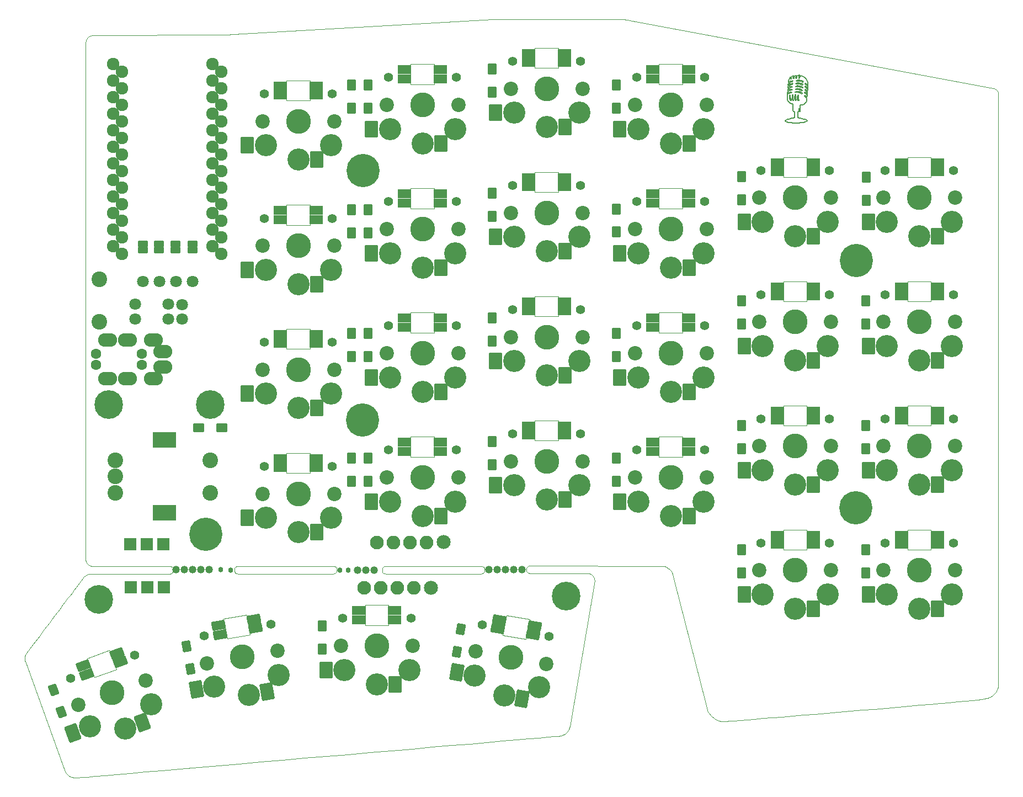
<source format=gbs>
%TF.GenerationSoftware,KiCad,Pcbnew,(6.0.0)*%
%TF.CreationDate,2023-02-15T17:26:08+02:00*%
%TF.ProjectId,SofleKeyboard,536f666c-654b-4657-9962-6f6172642e6b,rev?*%
%TF.SameCoordinates,Original*%
%TF.FileFunction,Soldermask,Bot*%
%TF.FilePolarity,Negative*%
%FSLAX46Y46*%
G04 Gerber Fmt 4.6, Leading zero omitted, Abs format (unit mm)*
G04 Created by KiCad (PCBNEW (6.0.0)) date 2023-02-15 17:26:08*
%MOMM*%
%LPD*%
G01*
G04 APERTURE LIST*
G04 Aperture macros list*
%AMRoundRect*
0 Rectangle with rounded corners*
0 $1 Rounding radius*
0 $2 $3 $4 $5 $6 $7 $8 $9 X,Y pos of 4 corners*
0 Add a 4 corners polygon primitive as box body*
4,1,4,$2,$3,$4,$5,$6,$7,$8,$9,$2,$3,0*
0 Add four circle primitives for the rounded corners*
1,1,$1+$1,$2,$3*
1,1,$1+$1,$4,$5*
1,1,$1+$1,$6,$7*
1,1,$1+$1,$8,$9*
0 Add four rect primitives between the rounded corners*
20,1,$1+$1,$2,$3,$4,$5,0*
20,1,$1+$1,$4,$5,$6,$7,0*
20,1,$1+$1,$6,$7,$8,$9,0*
20,1,$1+$1,$8,$9,$2,$3,0*%
G04 Aperture macros list end*
%ADD10C,0.200000*%
%ADD11C,0.090000*%
%TA.AperFunction,Profile*%
%ADD12C,0.120000*%
%TD*%
%ADD13C,1.797000*%
%ADD14C,1.600000*%
%ADD15O,2.900000X2.100000*%
%ADD16C,5.100000*%
%ADD17C,1.924000*%
%ADD18C,2.400000*%
%ADD19RoundRect,0.200000X-0.475000X0.650000X-0.475000X-0.650000X0.475000X-0.650000X0.475000X0.650000X0*%
%ADD20RoundRect,0.200000X-0.650000X-0.475000X0.650000X-0.475000X0.650000X0.475000X-0.650000X0.475000X0*%
%ADD21RoundRect,0.200000X-0.668667X0.448341X-0.224041X-0.773260X0.668667X-0.448341X0.224041X0.773260X0*%
%ADD22C,2.200000*%
%ADD23C,3.400000*%
%ADD24C,3.800000*%
%ADD25C,1.400000*%
%ADD26RoundRect,0.200000X0.850000X0.500000X-0.850000X0.500000X-0.850000X-0.500000X0.850000X-0.500000X0*%
%ADD27RoundRect,0.200000X0.800000X1.100000X-0.800000X1.100000X-0.800000X-1.100000X0.800000X-1.100000X0*%
%ADD28RoundRect,0.200000X0.627729X0.760563X-0.969749X0.179129X-0.627729X-0.760563X0.969749X-0.179129X0*%
%ADD29RoundRect,0.200000X0.375532X1.307278X-1.127976X0.760046X-0.375532X-1.307278X1.127976X-0.760046X0*%
%ADD30C,4.400000*%
%ADD31RoundRect,0.200000X-1.600000X-1.000000X1.600000X-1.000000X1.600000X1.000000X-1.600000X1.000000X0*%
%ADD32RoundRect,0.200000X0.750263X0.640005X-0.923911X0.344803X-0.750263X-0.640005X0.923911X-0.344803X0*%
%ADD33RoundRect,0.200000X0.596833X1.222207X-0.978859X0.944370X-0.596833X-1.222207X0.978859X-0.944370X0*%
%ADD34RoundRect,0.200000X0.923911X0.344803X-0.750263X0.640005X-0.923911X-0.344803X0.750263X-0.640005X0*%
%ADD35RoundRect,0.200000X0.978859X0.944370X-0.596833X1.222207X-0.978859X-0.944370X0.596833X-1.222207X0*%
%ADD36RoundRect,0.200000X-0.580655X0.557642X-0.354912X-0.722608X0.580655X-0.557642X0.354912X0.722608X0*%
%ADD37RoundRect,0.200000X-0.354912X0.722608X-0.580655X-0.557642X0.354912X-0.722608X0.580655X0.557642X0*%
%ADD38C,0.793700*%
%ADD39C,2.100000*%
%ADD40O,2.100000X2.100000*%
%ADD41C,2.152600*%
%ADD42C,1.187400*%
%ADD43RoundRect,0.200000X-0.762000X-0.762000X0.762000X-0.762000X0.762000X0.762000X-0.762000X0.762000X0*%
%ADD44RoundRect,0.200000X-0.762000X0.762000X-0.762000X-0.762000X0.762000X-0.762000X0.762000X0.762000X0*%
%ADD45RoundRect,0.200000X0.571500X-0.317500X0.571500X0.317500X-0.571500X0.317500X-0.571500X-0.317500X0*%
G04 APERTURE END LIST*
D10*
X197011747Y-43341991D02*
X197015256Y-43310232D01*
X197039953Y-45557446D02*
X197241922Y-45573201D01*
X197438599Y-45614761D01*
X197627338Y-45681460D01*
X197805497Y-45772635D01*
X196122740Y-46802741D02*
X196161540Y-46788637D01*
X196690707Y-48541932D02*
X196623678Y-48541932D01*
X198309966Y-44643742D02*
X198309966Y-44735468D01*
X197163438Y-44689605D02*
X197370331Y-44706658D01*
X197571779Y-44751231D01*
X197764022Y-44822386D01*
X197865463Y-44873056D01*
X196087471Y-43278494D02*
X196066283Y-43468986D01*
X196193300Y-43483111D02*
X196214465Y-43289066D01*
X196270900Y-43811192D02*
X196063291Y-43858255D01*
X195872051Y-43949597D01*
X195755859Y-44033444D01*
X196920021Y-46721609D02*
X196873278Y-46526696D01*
X196862986Y-46319542D01*
X196863564Y-46305333D01*
X196616637Y-43299660D02*
X196686762Y-43106323D01*
X196771839Y-43006848D01*
X196923552Y-44587307D02*
X196867096Y-44657846D01*
X196098043Y-43207934D02*
X196087471Y-43278494D01*
X198013623Y-43945249D02*
X197985395Y-43860586D01*
X197308068Y-46845072D02*
X197339827Y-46838010D01*
X197336296Y-48146823D02*
X197417428Y-48312640D01*
X196412020Y-48192686D02*
X196426123Y-47360135D01*
X195568876Y-46397037D02*
X195611208Y-45846705D01*
X197872525Y-45663275D02*
X197677885Y-45562842D01*
X197471672Y-45489526D01*
X197256859Y-45443990D01*
X197036422Y-45426899D01*
X198436961Y-45839664D02*
X198572040Y-45997896D01*
X198623922Y-46076019D01*
X198620412Y-44541444D02*
X198736814Y-44671971D01*
X196606044Y-43391385D02*
X196616637Y-43299660D01*
X196447289Y-43857055D02*
X196373220Y-43800598D01*
X196867096Y-44657846D02*
X196937656Y-44714302D01*
X196902386Y-44230998D02*
X196976456Y-44287433D01*
X195904019Y-46167745D02*
X195912164Y-46381197D01*
X195961788Y-46578117D01*
X196061957Y-46763297D01*
X196073346Y-46778044D01*
X198525156Y-45747938D02*
X198338173Y-45568018D01*
X196256797Y-45091777D02*
X196083939Y-45109412D01*
X197089347Y-44996520D02*
X196888261Y-45017686D01*
X197099941Y-44992989D02*
X197089347Y-44996520D01*
X197223405Y-44255695D02*
X197443204Y-44275207D01*
X197656417Y-44325864D01*
X197858514Y-44405718D01*
X197897201Y-44425022D01*
X197872525Y-49639066D02*
X198086350Y-49670408D01*
X198305990Y-49715747D01*
X198503709Y-49777535D01*
X198669632Y-49899609D01*
X198673316Y-49921306D01*
X198698013Y-45137640D02*
X198676847Y-45412795D01*
X198281738Y-45197606D02*
X198500458Y-45409264D01*
X198218241Y-46033688D02*
X198218241Y-46121882D01*
X197029381Y-45426899D02*
X196852992Y-45448086D01*
X198401692Y-44643742D02*
X198309966Y-44643742D01*
X197928960Y-43976987D02*
X197957188Y-43980518D01*
X196172134Y-46696912D02*
X196075633Y-46511681D01*
X196033004Y-46306397D01*
X196031014Y-46178317D01*
X197336296Y-48146823D02*
X197417428Y-48312640D01*
X196489621Y-43289066D02*
X196479049Y-43377261D01*
X195625311Y-45680910D02*
X195646498Y-45437492D01*
X198712117Y-44449719D02*
X198429899Y-44178073D01*
X197470353Y-48541932D02*
X197219873Y-48541932D01*
X196976456Y-44287433D02*
X197223405Y-44255695D01*
X196948228Y-43401958D02*
X197011747Y-43341991D01*
X198641578Y-45874933D02*
X198525156Y-45747938D01*
X197805497Y-45772635D02*
X197837235Y-45783208D01*
X196958821Y-44156907D02*
X196902386Y-44230998D01*
X198309966Y-46030156D02*
X198218241Y-46033688D01*
X197569120Y-48277349D02*
X197537510Y-48482732D01*
X197470353Y-48541932D01*
X196147437Y-44679011D02*
X195951301Y-44722281D01*
X195756689Y-44813136D01*
X195692340Y-44855400D01*
X196867096Y-45575081D02*
X197039953Y-45557446D01*
X198662744Y-45603287D02*
X198641578Y-45874933D01*
X198182950Y-43250266D02*
X198436961Y-43486621D01*
X197417428Y-48312640D02*
X197495050Y-48146823D01*
X195981620Y-45931390D02*
X195914591Y-45994887D01*
X198648619Y-44883629D02*
X198401692Y-44643742D01*
X196426123Y-47360135D02*
X196267369Y-47300169D01*
X198602756Y-46340603D02*
X198469807Y-46186489D01*
X198465189Y-46181848D01*
X196863564Y-46305333D02*
X196877689Y-45973721D01*
X196479049Y-43377261D02*
X196535484Y-43447820D01*
X197985395Y-44396794D02*
X197957188Y-44308599D01*
X196464924Y-45973721D02*
X196404958Y-45903162D01*
X198736814Y-44671971D02*
X198715648Y-44950657D01*
X197417428Y-47977497D02*
X197336296Y-48146823D01*
X197410387Y-43387854D02*
X197473885Y-43331419D01*
X197897201Y-44425022D02*
X197925429Y-44432084D01*
X196390854Y-43927593D02*
X196447289Y-43857055D01*
X196881221Y-46806272D02*
X196920021Y-46721609D01*
X197011747Y-43857055D02*
X197286902Y-43825295D01*
X197152845Y-46379403D02*
X197162096Y-46579628D01*
X197230924Y-46779590D01*
X197251633Y-46816844D01*
X196327357Y-45148212D02*
X196256797Y-45091777D01*
X197897201Y-44880097D02*
X197953657Y-44848359D01*
X197957188Y-44308599D02*
X197760613Y-44225303D01*
X197554412Y-44166862D01*
X197342356Y-44134685D01*
X197223405Y-44128679D01*
X196023952Y-45543321D02*
X195827899Y-45586727D01*
X195636597Y-45674046D01*
X195625311Y-45680910D01*
X196831827Y-45088246D02*
X196902386Y-45144681D01*
X196860033Y-46809803D02*
X196881221Y-46806272D01*
X195755859Y-44033444D02*
X195777024Y-43790026D01*
X196577815Y-43035076D02*
X196499437Y-43221605D01*
X196489621Y-43289066D01*
X198676847Y-45412795D02*
X198588653Y-45317538D01*
X196771839Y-43006848D02*
X197036422Y-42964517D01*
X198341704Y-44269799D02*
X198620412Y-44541444D01*
X197928960Y-44760165D02*
X197746786Y-44676208D01*
X197556343Y-44615081D01*
X197359945Y-44577106D01*
X197159907Y-44562610D01*
X198376995Y-46273574D02*
X198511842Y-46429294D01*
X198588653Y-46548751D01*
X195611208Y-45846705D02*
X195784835Y-45741114D01*
X195979219Y-45679058D01*
X196038077Y-45670316D01*
X198623922Y-46076019D02*
X198602756Y-46340603D01*
X196373220Y-43800598D02*
X196270900Y-43811192D01*
X197417428Y-48312640D02*
X197495050Y-48146823D01*
X197360993Y-46749815D02*
X197287948Y-46554392D01*
X197279840Y-46393528D01*
X198560425Y-44975354D02*
X198694354Y-45132347D01*
X198698013Y-45137640D01*
X196877689Y-45973721D02*
X196814192Y-45906693D01*
X198341704Y-44181604D02*
X198341704Y-44269799D01*
X197495050Y-48146823D02*
X197417428Y-47977497D01*
X196503746Y-46820375D02*
X196539015Y-46809803D01*
X196997622Y-43730038D02*
X196941187Y-43800598D01*
X196733038Y-46298271D02*
X196739691Y-46501485D01*
X196778750Y-46701453D01*
X196800067Y-46767471D01*
X196690707Y-49473271D02*
X196690707Y-48541932D01*
X195741734Y-44223936D02*
X195901230Y-44082661D01*
X196091366Y-43984141D01*
X196285025Y-43938187D01*
X196814192Y-45906693D02*
X196747163Y-45966659D01*
X196937656Y-44714302D02*
X197163438Y-44689605D01*
X197036422Y-45426899D02*
X197029381Y-45426899D01*
X196214465Y-43289066D02*
X196281494Y-43105636D01*
X198436961Y-43486621D02*
X198573179Y-43641216D01*
X198674773Y-43819291D01*
X198739526Y-44015975D01*
X198765219Y-44226396D01*
X198761511Y-44350931D01*
X196038077Y-49639066D02*
X196239141Y-49550573D01*
X196457697Y-49500625D01*
X196663412Y-49475378D01*
X196690707Y-49473271D01*
X198218241Y-46121882D02*
X198376995Y-46273574D01*
X196337929Y-45963128D02*
X196320294Y-46241836D01*
X195777024Y-43790026D02*
X195823054Y-43579554D01*
X195922054Y-43391180D01*
X196064981Y-43234587D01*
X196098043Y-43207934D01*
X196320294Y-46241836D02*
X196326720Y-46446219D01*
X196380197Y-46654223D01*
X196450820Y-46792168D01*
X196041608Y-47204912D02*
X195854714Y-47091719D01*
X195709822Y-46934593D01*
X195612472Y-46743282D01*
X195568206Y-46527537D01*
X195568876Y-46397037D01*
X196404958Y-45903162D02*
X196337929Y-45963128D01*
X197283371Y-42925716D02*
X197286902Y-42922185D01*
X197925429Y-44432084D02*
X197985395Y-44396794D01*
X195914591Y-45994887D02*
X195904019Y-46167745D01*
X197417428Y-47977497D02*
X197336296Y-48146823D01*
X198249979Y-45568018D02*
X198249979Y-45659744D01*
X196129802Y-43539546D02*
X196193300Y-43483111D01*
X195237264Y-49921306D02*
X195406879Y-49777535D01*
X195604605Y-49715747D01*
X195824250Y-49670408D01*
X196038077Y-49639066D01*
X197159907Y-44562610D02*
X197152845Y-44562610D01*
X196852992Y-45448086D02*
X196796536Y-45518624D01*
X196083939Y-45109412D02*
X195888634Y-45153960D01*
X195695960Y-45245106D01*
X195660602Y-45268166D01*
X196800067Y-46767471D02*
X196860033Y-46809803D01*
X196270900Y-45218772D02*
X196327357Y-45148212D01*
X197015256Y-43310232D02*
X197081178Y-43120466D01*
X197216031Y-42972180D01*
X197283371Y-42925716D01*
X198338173Y-45568018D02*
X198249979Y-45568018D01*
X197953657Y-44848359D02*
X197928960Y-44760165D01*
X196955290Y-50259958D02*
X196693620Y-50256054D01*
X196444352Y-50244726D01*
X196210396Y-50226551D01*
X195994666Y-50202102D01*
X195740412Y-50160742D01*
X195530640Y-50110618D01*
X195341498Y-50037717D01*
X195237264Y-49921306D01*
X197865463Y-44873056D02*
X197897201Y-44880097D01*
X197212811Y-44128679D02*
X196958821Y-44156907D01*
X196232100Y-45649150D02*
X196288535Y-45578612D01*
X196288535Y-45578612D02*
X196217997Y-45522155D01*
X197315130Y-45998418D02*
X197258674Y-45931390D01*
X196041608Y-46001928D02*
X195981620Y-45931390D01*
X196623678Y-48541932D02*
X196563712Y-48510194D01*
X197985395Y-43860586D02*
X197796821Y-43783078D01*
X197600818Y-43729489D01*
X197398325Y-43700285D01*
X197283371Y-43694769D01*
X196221506Y-44372096D02*
X196348523Y-44357993D01*
X197495050Y-48146823D02*
X197417428Y-47977497D01*
X197251633Y-46816844D02*
X197308068Y-46845072D01*
X195646498Y-45437492D02*
X195814302Y-45324130D01*
X196004377Y-45253451D01*
X196098043Y-45236406D01*
X197223405Y-44128679D02*
X197212811Y-44128679D01*
X197286902Y-42922185D02*
X197491923Y-42932008D01*
X197547954Y-42939820D01*
X195724099Y-44442656D02*
X195741734Y-44223936D01*
X195692340Y-44855400D02*
X195709996Y-44626108D01*
X197279840Y-46393528D02*
X197315130Y-45998418D01*
X196066283Y-43468986D02*
X196126271Y-43539546D01*
X196404958Y-44287433D02*
X196334398Y-44230998D01*
X196447289Y-46248877D02*
X196464924Y-45973721D01*
X197152845Y-44562610D02*
X196923552Y-44587307D01*
X196161540Y-46788637D02*
X196172134Y-46696912D01*
X198249979Y-45659744D02*
X198436961Y-45839664D01*
X197417428Y-48312640D02*
X197495050Y-48146823D01*
X197036422Y-42964517D02*
X196924948Y-43142839D01*
X196884730Y-43299660D01*
X198578081Y-46672214D02*
X198534918Y-46881291D01*
X198446347Y-47070910D01*
X198319150Y-47234528D01*
X198160109Y-47365607D01*
X197976006Y-47457605D01*
X197773625Y-47503983D01*
X197689074Y-47508296D01*
X197569120Y-47508296D02*
X197569120Y-48277349D01*
X197336296Y-48146823D02*
X197417428Y-48312640D01*
X195678236Y-45031789D02*
X195840145Y-44911681D01*
X196026985Y-44832870D01*
X196161540Y-44806028D01*
X197099941Y-45123515D02*
X197317978Y-45141484D01*
X197529371Y-45189118D01*
X197730823Y-45265946D01*
X197837235Y-45321070D01*
X198429899Y-44178073D02*
X198341704Y-44181604D01*
X196281494Y-43105636D02*
X196450820Y-43056242D01*
X197547954Y-42939820D02*
X197419604Y-43101876D01*
X197348687Y-43300576D01*
X197346868Y-43313763D01*
X198588653Y-45317538D02*
X198369932Y-45105880D01*
X196285025Y-43938187D02*
X196390854Y-43927593D01*
X197283371Y-43694769D02*
X197276330Y-43694769D01*
X198715648Y-44950657D02*
X198648619Y-44883629D01*
X196334398Y-44230998D02*
X196207403Y-44245102D01*
X198500458Y-45409264D02*
X198635875Y-45564328D01*
X198662744Y-45603287D01*
X196902386Y-45144681D02*
X197099941Y-45123515D01*
X196884730Y-43331419D02*
X196941187Y-43401958D01*
X196888261Y-45017686D02*
X196831827Y-45088246D01*
X198588653Y-46548751D02*
X198578081Y-46672214D01*
X196884730Y-43299660D02*
X196884730Y-43331419D01*
X196295597Y-44661377D02*
X196147437Y-44679011D01*
X197188136Y-45987825D02*
X197152845Y-46379403D01*
X196941187Y-43401958D02*
X196948228Y-43401958D01*
X196098043Y-45236406D02*
X196270900Y-45218772D01*
X198278207Y-45105880D02*
X198281738Y-45197606D01*
X196309701Y-44788372D02*
X196366157Y-44717833D01*
X198465189Y-46181848D02*
X198309966Y-46030156D01*
X196796536Y-45518624D02*
X196867096Y-45575081D01*
X197957188Y-43980518D02*
X198013623Y-43945249D01*
X196217997Y-45522155D02*
X196023952Y-45543321D01*
X197403325Y-43387854D02*
X197410387Y-43387854D01*
X197258674Y-45931390D02*
X197188136Y-45987825D01*
X196560181Y-46721609D02*
X196475689Y-46533565D01*
X196445936Y-46330908D01*
X196447289Y-46248877D01*
X197868994Y-45331663D02*
X197921898Y-45299904D01*
X198761511Y-44350931D02*
X198750938Y-44492050D01*
X197417428Y-47977497D02*
X197336296Y-48146823D01*
X197921898Y-45299904D02*
X197900732Y-45211709D01*
X196073346Y-46778044D02*
X196122740Y-46802741D01*
X196031014Y-46178317D02*
X196041608Y-46001928D01*
X198309966Y-44735468D02*
X198560425Y-44975354D01*
X196207403Y-44245102D02*
X195997580Y-44294406D01*
X195804677Y-44386940D01*
X195724099Y-44442656D01*
X197339827Y-46838010D02*
X197360993Y-46749815D01*
X196038077Y-45670316D02*
X196232100Y-45649150D01*
X197286902Y-43825295D02*
X197495362Y-43842149D01*
X197696973Y-43886518D01*
X197891091Y-43959046D01*
X197928960Y-43976987D01*
X197276330Y-43694769D02*
X196997622Y-43730038D01*
X197837235Y-45783208D02*
X197893691Y-45751470D01*
X198673316Y-49921306D02*
X198503922Y-50068094D01*
X198281045Y-50136690D01*
X198048169Y-50182603D01*
X197846208Y-50210913D01*
X197624079Y-50233335D01*
X197384695Y-50249291D01*
X197130970Y-50258208D01*
X196955290Y-50259958D01*
X196126271Y-43539546D02*
X196129802Y-43539546D01*
X196450820Y-46792168D02*
X196503746Y-46820375D01*
X197837235Y-45321070D02*
X197868994Y-45331663D01*
X196539015Y-46809803D02*
X196560181Y-46721609D01*
X197710240Y-42978642D02*
X197901981Y-43054348D01*
X198077347Y-43161688D01*
X198182950Y-43250266D01*
X196563712Y-48510194D02*
X196433774Y-48354499D01*
X196412020Y-48192686D01*
X196348523Y-44357993D02*
X196404958Y-44287433D01*
X195709996Y-44626108D02*
X195878663Y-44490853D01*
X196077091Y-44401366D01*
X196221506Y-44372096D01*
X196366157Y-44717833D02*
X196295597Y-44661377D01*
X196535484Y-43447820D02*
X196542546Y-43447820D01*
X197473885Y-43331419D02*
X197549728Y-43137831D01*
X197698128Y-42987033D01*
X197710240Y-42978642D01*
X196161540Y-44806028D02*
X196309701Y-44788372D01*
X197346868Y-43313763D02*
X197403325Y-43387854D01*
X198750938Y-44492050D02*
X198712117Y-44449719D01*
X197219873Y-49473271D02*
X197428511Y-49496696D01*
X197631684Y-49539142D01*
X197822051Y-49609516D01*
X197872525Y-49639066D01*
X197689074Y-47508296D02*
X197569120Y-47508296D01*
X196450820Y-43056242D02*
X196577815Y-43035076D01*
X197219873Y-48541932D02*
X197219873Y-49473271D01*
X195660602Y-45268166D02*
X195678236Y-45031789D01*
X197495050Y-48146823D02*
X197417428Y-47977497D01*
X196542546Y-43447820D02*
X196606044Y-43391385D01*
X196941187Y-43800598D02*
X197011747Y-43857055D01*
X196747163Y-45966659D02*
X196733038Y-46298271D01*
X196267369Y-47300169D02*
X196041608Y-47204912D01*
X197900732Y-45211709D02*
X197712603Y-45119985D01*
X197514886Y-45052077D01*
X197309894Y-45009305D01*
X197099941Y-44992989D01*
X197893691Y-45751470D02*
X197872525Y-45663275D01*
X198369932Y-45105880D02*
X198278207Y-45105880D01*
D11*
X162218354Y-142806782D02*
X166017777Y-120493588D01*
X147877950Y-119422237D02*
X134684053Y-119422237D01*
X171390576Y-34528702D02*
X171122462Y-34479308D01*
X78634718Y-132876101D02*
X84773060Y-149738874D01*
X171122462Y-34479308D02*
X170780277Y-34415810D01*
X101346553Y-118835528D02*
X101340041Y-118958535D01*
X101320921Y-119063869D01*
X101289813Y-119152873D01*
X101222027Y-119258700D01*
X101130754Y-119335344D01*
X101018088Y-119387337D01*
X100886120Y-119419216D01*
X100788453Y-119431532D01*
X100683757Y-119438268D01*
X100572653Y-119440766D01*
X100455762Y-119440370D01*
X100333702Y-119438424D01*
X100207095Y-119436271D01*
X100076561Y-119435255D01*
X86783876Y-150691379D02*
X87265895Y-150648742D01*
X88118850Y-150574157D01*
X89317412Y-150469809D01*
X90836251Y-150337881D01*
X92650038Y-150180557D01*
X94733443Y-150000021D01*
X97061138Y-149798457D01*
X99607793Y-149578048D01*
X102348079Y-149340979D01*
X105256666Y-149089433D01*
X108308226Y-148825595D01*
X111477428Y-148551647D01*
X114738945Y-148269775D01*
X118067446Y-147982161D01*
X121437602Y-147690990D01*
X124824083Y-147398446D01*
X128201562Y-147106712D01*
X131544708Y-146817973D01*
X134828191Y-146534411D01*
X138026684Y-146258212D01*
X141114856Y-145991559D01*
X144067379Y-145736636D01*
X146858922Y-145495626D01*
X149464157Y-145270714D01*
X151857754Y-145064083D01*
X154014385Y-144877918D01*
X155908719Y-144714401D01*
X157515428Y-144575718D01*
X158809182Y-144464052D01*
X159764652Y-144381586D01*
X160356509Y-144330506D01*
X160559424Y-144312994D01*
X170780277Y-34415810D02*
X170643142Y-34403395D01*
X170395510Y-34392557D01*
X170044912Y-34383218D01*
X169598882Y-34375299D01*
X169064949Y-34368724D01*
X168450647Y-34363414D01*
X167763508Y-34359294D01*
X167011062Y-34356284D01*
X166200841Y-34354307D01*
X165340379Y-34353287D01*
X164437206Y-34353145D01*
X163498854Y-34353804D01*
X162532856Y-34355186D01*
X161546742Y-34357214D01*
X160548045Y-34359810D01*
X159544297Y-34362898D01*
X158543029Y-34366399D01*
X157551774Y-34370235D01*
X156578063Y-34374330D01*
X155629428Y-34378606D01*
X154713400Y-34382985D01*
X153837513Y-34387390D01*
X153009296Y-34391743D01*
X152236284Y-34395968D01*
X151526006Y-34399985D01*
X150885996Y-34403718D01*
X150323784Y-34407090D01*
X149846903Y-34410022D01*
X149462885Y-34412438D01*
X149179261Y-34414259D01*
X149003563Y-34415409D01*
X148943324Y-34415810D01*
X226131098Y-138534218D02*
X226302029Y-138486765D01*
X226462005Y-138432526D01*
X226611390Y-138372043D01*
X226750544Y-138305861D01*
X226879831Y-138234523D01*
X226999613Y-138158574D01*
X227110253Y-138078557D01*
X227212114Y-137995016D01*
X227305558Y-137908495D01*
X227390947Y-137819538D01*
X227468644Y-137728688D01*
X227539012Y-137636491D01*
X227602413Y-137543489D01*
X227659210Y-137450226D01*
X227709765Y-137357247D01*
X227754441Y-137265095D01*
X227793601Y-137174314D01*
X227827606Y-137085449D01*
X227856820Y-136999042D01*
X227902324Y-136835781D01*
X227933013Y-136688882D01*
X227951788Y-136562698D01*
X227961548Y-136461578D01*
X227965632Y-136366412D01*
X227965547Y-136346991D01*
X112007487Y-119422237D02*
X111876952Y-119423253D01*
X111750345Y-119425406D01*
X111628285Y-119427352D01*
X111511394Y-119427748D01*
X111400290Y-119425250D01*
X111295594Y-119418514D01*
X111197927Y-119406198D01*
X111107907Y-119386957D01*
X110988574Y-119342172D01*
X110889938Y-119274249D01*
X110814091Y-119178653D01*
X110763126Y-119050851D01*
X110744006Y-118945517D01*
X110737495Y-118822510D01*
X125201384Y-119422237D02*
X112007487Y-119422237D01*
X227965547Y-45810528D02*
X227956434Y-45678539D01*
X227930682Y-45559934D01*
X227890668Y-45454041D01*
X227838768Y-45360188D01*
X227777359Y-45277704D01*
X227708819Y-45205917D01*
X227635525Y-45144155D01*
X227559854Y-45091746D01*
X227447090Y-45029201D01*
X227342349Y-44983922D01*
X227253653Y-44953642D01*
X227163274Y-44930349D01*
X227154162Y-44928584D01*
X100076561Y-119435255D02*
X88583055Y-119435255D01*
X227965547Y-136346991D02*
X227965547Y-136089375D01*
X227965547Y-135338363D01*
X227965547Y-134126701D01*
X227965547Y-132487138D01*
X227965547Y-130452423D01*
X227965547Y-128055304D01*
X227965547Y-125328530D01*
X227965547Y-122304850D01*
X227965547Y-119017010D01*
X227965547Y-115497762D01*
X227965547Y-111779851D01*
X227965547Y-107896028D01*
X227965547Y-103879040D01*
X227965547Y-99761637D01*
X227965547Y-95576566D01*
X227965547Y-91356576D01*
X227965547Y-87134416D01*
X227965547Y-82942834D01*
X227965547Y-78814578D01*
X227965547Y-74782397D01*
X227965547Y-70879040D01*
X227965547Y-67137255D01*
X227965547Y-63589790D01*
X227965547Y-60269394D01*
X227965547Y-57208816D01*
X227965547Y-54440803D01*
X227965547Y-51998105D01*
X227965547Y-49913470D01*
X227965547Y-48219646D01*
X227965547Y-46949382D01*
X227965547Y-46135426D01*
X227965547Y-45810528D01*
X166017777Y-120493588D02*
X166012075Y-120376265D01*
X165995314Y-120262767D01*
X165968011Y-120153609D01*
X165930683Y-120049309D01*
X165883847Y-119950383D01*
X165828018Y-119857348D01*
X165763715Y-119770720D01*
X165691454Y-119691018D01*
X165611751Y-119618756D01*
X165525123Y-119554453D01*
X165432088Y-119498624D01*
X165333162Y-119451788D01*
X165228862Y-119414460D01*
X165119704Y-119387157D01*
X165006206Y-119370396D01*
X164888884Y-119364695D01*
X162207782Y-142859708D02*
X162218354Y-142806782D01*
X147877950Y-118258075D02*
X148008484Y-118256662D01*
X148135091Y-118253389D01*
X148257150Y-118249702D01*
X148374042Y-118247049D01*
X148485146Y-118246876D01*
X148589841Y-118250630D01*
X148687509Y-118259759D01*
X148777529Y-118275709D01*
X148896861Y-118315589D01*
X148995497Y-118378956D01*
X149071344Y-118470693D01*
X149122309Y-118595685D01*
X149141429Y-118699899D01*
X149147941Y-118822510D01*
X84773060Y-149738874D02*
X84821658Y-149840417D01*
X84888141Y-149949678D01*
X84950685Y-150036183D01*
X85029126Y-150129547D01*
X85124599Y-150226282D01*
X85238236Y-150322896D01*
X85371171Y-150415899D01*
X85524536Y-150501802D01*
X85609235Y-150541000D01*
X85699465Y-150577114D01*
X85795370Y-150609707D01*
X85897091Y-150638345D01*
X86004769Y-150662589D01*
X86118546Y-150682005D01*
X86238564Y-150696155D01*
X86364964Y-150704604D01*
X86497889Y-150706915D01*
X86637478Y-150702652D01*
X86783876Y-150691379D01*
X183445187Y-140624426D02*
X183536912Y-140762658D01*
X183630630Y-140891813D01*
X183726021Y-141012200D01*
X183822761Y-141124124D01*
X183920529Y-141227894D01*
X184019004Y-141323817D01*
X184117864Y-141412200D01*
X184216787Y-141493352D01*
X184315452Y-141567579D01*
X184413536Y-141635189D01*
X184510719Y-141696489D01*
X184606678Y-141751787D01*
X184701092Y-141801391D01*
X184793639Y-141845607D01*
X184883997Y-141884744D01*
X184971845Y-141919108D01*
X185056862Y-141949008D01*
X185217112Y-141996643D01*
X185362174Y-142030108D01*
X185489475Y-142051863D01*
X185596441Y-142064369D01*
X185713133Y-142071163D01*
X185773533Y-142070806D01*
X227154162Y-44928584D02*
X171390576Y-34528702D01*
X87524722Y-120070250D02*
X87427251Y-120199811D01*
X87310170Y-120355436D01*
X87151755Y-120565999D01*
X86955176Y-120827283D01*
X86723606Y-121135069D01*
X86460217Y-121485139D01*
X86168179Y-121873276D01*
X85850664Y-122295260D01*
X85510845Y-122746875D01*
X85151893Y-123223901D01*
X84776979Y-123722122D01*
X84389275Y-124237318D01*
X83991952Y-124765272D01*
X83588184Y-125301765D01*
X83181140Y-125842580D01*
X82773993Y-126383498D01*
X82369914Y-126920302D01*
X81972075Y-127448772D01*
X81583648Y-127964692D01*
X81207804Y-128463843D01*
X80847714Y-128942007D01*
X80506552Y-129394966D01*
X80187488Y-129818501D01*
X79893693Y-130208395D01*
X79628340Y-130560430D01*
X79394600Y-130870387D01*
X79195645Y-131134049D01*
X79034646Y-131347197D01*
X78914776Y-131505614D01*
X78839205Y-131605080D01*
X78811106Y-131641379D01*
X148943324Y-34415810D02*
X112066641Y-36553643D01*
X176283602Y-118235823D02*
X176387579Y-118238555D01*
X176487862Y-118246519D01*
X176584476Y-118259367D01*
X176677447Y-118276750D01*
X176766800Y-118298318D01*
X176934758Y-118352616D01*
X177088557Y-118419471D01*
X177228403Y-118496093D01*
X177354503Y-118579691D01*
X177467064Y-118667474D01*
X177566292Y-118756654D01*
X177652395Y-118844437D01*
X177725578Y-118928035D01*
X177786049Y-119004657D01*
X177853372Y-119100405D01*
X177900570Y-119177609D01*
X177906393Y-119188306D01*
X185773533Y-142070806D02*
X185883884Y-142062008D01*
X186205785Y-142036303D01*
X186725505Y-141994727D01*
X187429314Y-141938313D01*
X188303481Y-141868095D01*
X189334277Y-141785109D01*
X190507971Y-141690389D01*
X191810833Y-141584968D01*
X193229132Y-141469881D01*
X194749138Y-141346163D01*
X196357121Y-141214848D01*
X198039351Y-141076971D01*
X199782097Y-140933565D01*
X201571629Y-140785666D01*
X203394217Y-140634307D01*
X205236130Y-140480523D01*
X207083638Y-140325348D01*
X208923012Y-140169817D01*
X210740520Y-140014963D01*
X212522432Y-139861823D01*
X214255019Y-139711429D01*
X215924549Y-139564816D01*
X217517293Y-139423019D01*
X219019520Y-139287072D01*
X220417500Y-139158009D01*
X221697502Y-139036865D01*
X222845797Y-138924674D01*
X223848654Y-138822470D01*
X224692343Y-138731288D01*
X225363133Y-138652163D01*
X225847295Y-138586128D01*
X226131098Y-138534218D01*
X108404975Y-36770481D02*
X89178586Y-36841035D01*
X164888884Y-119364695D02*
X156831430Y-119364695D01*
X87912769Y-92804064D02*
X87912769Y-117142199D01*
X112066641Y-36553643D02*
X111950703Y-36563327D01*
X111815220Y-36574420D01*
X111636448Y-36588782D01*
X111532796Y-36596977D01*
X111420681Y-36605737D01*
X111300890Y-36614976D01*
X111174210Y-36624611D01*
X111041426Y-36634556D01*
X110903326Y-36644729D01*
X110760696Y-36655044D01*
X110614322Y-36665417D01*
X110464991Y-36675764D01*
X110313490Y-36686000D01*
X110160604Y-36696042D01*
X110007121Y-36705804D01*
X109853826Y-36715203D01*
X109701506Y-36724153D01*
X109550949Y-36732572D01*
X109402939Y-36740375D01*
X109258264Y-36747476D01*
X109117710Y-36753792D01*
X108982064Y-36759239D01*
X108852112Y-36763732D01*
X108728641Y-36767187D01*
X108612436Y-36769520D01*
X108504285Y-36770646D01*
X108404975Y-36770481D01*
X110737495Y-118822510D02*
X110744006Y-118699899D01*
X110763126Y-118595685D01*
X110794234Y-118508421D01*
X110862020Y-118406142D01*
X110953293Y-118333860D01*
X111065959Y-118286694D01*
X111197927Y-118259759D01*
X111295594Y-118250630D01*
X111400290Y-118246876D01*
X111511394Y-118247049D01*
X111628285Y-118249702D01*
X111750345Y-118253389D01*
X111876952Y-118256662D01*
X112007487Y-118258075D01*
X126471376Y-118822510D02*
X126464864Y-118945517D01*
X126445744Y-119050851D01*
X126414636Y-119139855D01*
X126346850Y-119245682D01*
X126255577Y-119322326D01*
X126142911Y-119374319D01*
X126010943Y-119406198D01*
X125913276Y-119418514D01*
X125808580Y-119425250D01*
X125697476Y-119427748D01*
X125580585Y-119427352D01*
X125458525Y-119425406D01*
X125331918Y-119423253D01*
X125201384Y-119422237D01*
X156831430Y-118200532D02*
X176283602Y-118235823D01*
X100076561Y-118271092D02*
X100207095Y-118269679D01*
X100333702Y-118266406D01*
X100455762Y-118262719D01*
X100572653Y-118260066D01*
X100683757Y-118259893D01*
X100788453Y-118263648D01*
X100886120Y-118272776D01*
X100976140Y-118288726D01*
X101095473Y-118328607D01*
X101194109Y-118391974D01*
X101269956Y-118483711D01*
X101320921Y-118608703D01*
X101340041Y-118712917D01*
X101346553Y-118835528D01*
X78564158Y-132452763D02*
X78568854Y-132545361D01*
X78581465Y-132637964D01*
X78599772Y-132730571D01*
X78621559Y-132823181D01*
X78634718Y-132876101D01*
X134684053Y-119422237D02*
X134553518Y-119423253D01*
X134426911Y-119425406D01*
X134304851Y-119427352D01*
X134187960Y-119427748D01*
X134076856Y-119425250D01*
X133972160Y-119418514D01*
X133874493Y-119406198D01*
X133784473Y-119386957D01*
X133665140Y-119342172D01*
X133566504Y-119274249D01*
X133490657Y-119178653D01*
X133439692Y-119050851D01*
X133420572Y-118945517D01*
X133414061Y-118822510D01*
X87595282Y-119964421D02*
X87535792Y-120033877D01*
X87524722Y-120070250D01*
X89056533Y-36841922D02*
X88939211Y-36847623D01*
X88825712Y-36864384D01*
X88716555Y-36891687D01*
X88612254Y-36929015D01*
X88513328Y-36975852D01*
X88420293Y-37031680D01*
X88333666Y-37095983D01*
X88253963Y-37168245D01*
X88181701Y-37247948D01*
X88117398Y-37334575D01*
X88061570Y-37427610D01*
X88014733Y-37526536D01*
X87977405Y-37630837D01*
X87950102Y-37739994D01*
X87933341Y-37853493D01*
X87927640Y-37970815D01*
X89178586Y-36841035D02*
X89056533Y-36841922D01*
X177906393Y-119188306D02*
X183445187Y-140624426D01*
X149147941Y-118822510D02*
X149141429Y-118945517D01*
X149122309Y-119050851D01*
X149091201Y-119139855D01*
X149023415Y-119245682D01*
X148932143Y-119322326D01*
X148819476Y-119374319D01*
X148687509Y-119406198D01*
X148589841Y-119418514D01*
X148485146Y-119425250D01*
X148374042Y-119427748D01*
X148257150Y-119427352D01*
X148135091Y-119425406D01*
X148008484Y-119423253D01*
X147877950Y-119422237D01*
X88583055Y-119435255D02*
X88474899Y-119449743D01*
X88368953Y-119473009D01*
X88265566Y-119504529D01*
X88165087Y-119543781D01*
X88067864Y-119590241D01*
X87974246Y-119643387D01*
X87884582Y-119702694D01*
X87799221Y-119767640D01*
X87718512Y-119837702D01*
X87642804Y-119912357D01*
X87595282Y-119964421D01*
X133414061Y-118822510D02*
X133420572Y-118699899D01*
X133439692Y-118595685D01*
X133470800Y-118508421D01*
X133538586Y-118406142D01*
X133629859Y-118333860D01*
X133742525Y-118286694D01*
X133874493Y-118259759D01*
X133972160Y-118250630D01*
X134076856Y-118246876D01*
X134187960Y-118247049D01*
X134304851Y-118249702D01*
X134426911Y-118253389D01*
X134553518Y-118256662D01*
X134684053Y-118258075D01*
X156831430Y-119364695D02*
X156700895Y-119365711D01*
X156574288Y-119367865D01*
X156452229Y-119369812D01*
X156335337Y-119370209D01*
X156224234Y-119367713D01*
X156119538Y-119360979D01*
X156021870Y-119348664D01*
X155931851Y-119329425D01*
X155812518Y-119284643D01*
X155713882Y-119216723D01*
X155638035Y-119121130D01*
X155587070Y-118993330D01*
X155567950Y-118887996D01*
X155561439Y-118764990D01*
X87927640Y-37970815D02*
X87912769Y-92804064D01*
X125201384Y-118258075D02*
X125331918Y-118256662D01*
X125458525Y-118253389D01*
X125580585Y-118249702D01*
X125697476Y-118247049D01*
X125808580Y-118246876D01*
X125913276Y-118250630D01*
X126010943Y-118259759D01*
X126100963Y-118275709D01*
X126220296Y-118315589D01*
X126318932Y-118378956D01*
X126394779Y-118470693D01*
X126445744Y-118595685D01*
X126464864Y-118699899D01*
X126471376Y-118822510D01*
X89041662Y-118271092D02*
X100076561Y-118271092D01*
X87912769Y-117142199D02*
X87918470Y-117259521D01*
X87935231Y-117373019D01*
X87962534Y-117482177D01*
X87999862Y-117586477D01*
X88046698Y-117685403D01*
X88102527Y-117778438D01*
X88166830Y-117865066D01*
X88239092Y-117944769D01*
X88318794Y-118017030D01*
X88405422Y-118081333D01*
X88498457Y-118137162D01*
X88597383Y-118183998D01*
X88701683Y-118221326D01*
X88810841Y-118248629D01*
X88924339Y-118265390D01*
X89041662Y-118271092D01*
X134684053Y-118258075D02*
X147877950Y-118258075D01*
X155561439Y-118764990D02*
X155567950Y-118642378D01*
X155587070Y-118538164D01*
X155618178Y-118450899D01*
X155685964Y-118348617D01*
X155777237Y-118276333D01*
X155889903Y-118229163D01*
X156021870Y-118202225D01*
X156119538Y-118193094D01*
X156224234Y-118189338D01*
X156335337Y-118189509D01*
X156452229Y-118192161D01*
X156574288Y-118195847D01*
X156700895Y-118199119D01*
X156831430Y-118200532D01*
X78811106Y-131641379D02*
X78749852Y-131735562D01*
X78698106Y-131832643D01*
X78655455Y-131932205D01*
X78621486Y-132033836D01*
X78595785Y-132137122D01*
X78577939Y-132241647D01*
X78567534Y-132346999D01*
X78564158Y-132452763D01*
X112007487Y-118258075D02*
X125201384Y-118258075D01*
X160559424Y-144312994D02*
X160684334Y-144296775D01*
X160823088Y-144267449D01*
X160935981Y-144235941D01*
X161061179Y-144192782D01*
X161195248Y-144136182D01*
X161334755Y-144064353D01*
X161476266Y-143975508D01*
X161616348Y-143867857D01*
X161684779Y-143806420D01*
X161751565Y-143739612D01*
X161816276Y-143667208D01*
X161878484Y-143588984D01*
X161937759Y-143504718D01*
X161993672Y-143414186D01*
X162045794Y-143317164D01*
X162093695Y-143213429D01*
X162136946Y-143102757D01*
X162175118Y-142984924D01*
X162207782Y-142859708D01*
D12*
X118750000Y-43751000D02*
X118750000Y-46851000D01*
X118750000Y-46851000D02*
X122350000Y-46851000D01*
X122350000Y-46851000D02*
X122350000Y-43751000D01*
X122350000Y-43751000D02*
X118750000Y-43751000D01*
X156850000Y-38751000D02*
X156850000Y-41851000D01*
X156850000Y-41851000D02*
X160450000Y-41851000D01*
X160450000Y-41851000D02*
X160450000Y-38751000D01*
X160450000Y-38751000D02*
X156850000Y-38751000D01*
X122350000Y-84951000D02*
X122350000Y-81851000D01*
X118750000Y-84951000D02*
X122350000Y-84951000D01*
X122350000Y-81851000D02*
X118750000Y-81851000D01*
X118750000Y-81851000D02*
X118750000Y-84951000D01*
X141400000Y-79351000D02*
X137800000Y-79351000D01*
X137800000Y-79351000D02*
X137800000Y-82451000D01*
X141400000Y-82451000D02*
X141400000Y-79351000D01*
X137800000Y-82451000D02*
X141400000Y-82451000D01*
X122350000Y-100901000D02*
X118750000Y-100901000D01*
X118750000Y-100901000D02*
X118750000Y-104001000D01*
X118750000Y-104001000D02*
X122350000Y-104001000D01*
X122350000Y-104001000D02*
X122350000Y-100901000D01*
X156850000Y-95901000D02*
X156850000Y-99001000D01*
X160450000Y-95901000D02*
X156850000Y-95901000D01*
X160450000Y-99001000D02*
X160450000Y-95901000D01*
X156850000Y-99001000D02*
X160450000Y-99001000D01*
X198589120Y-112643640D02*
X194989120Y-112643640D01*
X194989120Y-115743640D02*
X198589120Y-115743640D01*
X198589120Y-115743640D02*
X198589120Y-112643640D01*
X194989120Y-112643640D02*
X194989120Y-115743640D01*
X88168599Y-132402244D02*
X89228862Y-135315291D01*
X89228862Y-135315291D02*
X92611755Y-134084019D01*
X91551493Y-131170972D02*
X88168599Y-132402244D01*
X92611755Y-134084019D02*
X91551493Y-131170972D01*
X112636646Y-125726010D02*
X109091339Y-126351143D01*
X113174956Y-128778914D02*
X112636646Y-125726010D01*
X109091339Y-126351143D02*
X109629648Y-129404047D01*
X109629648Y-129404047D02*
X113174956Y-128778914D01*
X214039120Y-74543640D02*
X214039120Y-77643640D01*
X217639120Y-77643640D02*
X217639120Y-74543640D01*
X217639120Y-74543640D02*
X214039120Y-74543640D01*
X214039120Y-77643640D02*
X217639120Y-77643640D01*
X217639120Y-93593640D02*
X214039120Y-93593640D01*
X217639120Y-96693640D02*
X217639120Y-93593640D01*
X214039120Y-96693640D02*
X217639120Y-96693640D01*
X214039120Y-93593640D02*
X214039120Y-96693640D01*
X217639120Y-112643640D02*
X214039120Y-112643640D01*
X217639120Y-115743640D02*
X217639120Y-112643640D01*
X214039120Y-115743640D02*
X217639120Y-115743640D01*
X214039120Y-112643640D02*
X214039120Y-115743640D01*
X179500000Y-44351000D02*
X179500000Y-41251000D01*
X179500000Y-41251000D02*
X175900000Y-41251000D01*
X175900000Y-44351000D02*
X179500000Y-44351000D01*
X175900000Y-41251000D02*
X175900000Y-44351000D01*
X194989120Y-58593640D02*
X198589120Y-58593640D01*
X198589120Y-55493640D02*
X194989120Y-55493640D01*
X194989120Y-55493640D02*
X194989120Y-58593640D01*
X198589120Y-58593640D02*
X198589120Y-55493640D01*
X137800000Y-60301000D02*
X137800000Y-63401000D01*
X137800000Y-63401000D02*
X141400000Y-63401000D01*
X141400000Y-63401000D02*
X141400000Y-60301000D01*
X141400000Y-60301000D02*
X137800000Y-60301000D01*
X175900000Y-60301000D02*
X175900000Y-63401000D01*
X179500000Y-60301000D02*
X175900000Y-60301000D01*
X175900000Y-63401000D02*
X179500000Y-63401000D01*
X179500000Y-63401000D02*
X179500000Y-60301000D01*
X160450000Y-57801000D02*
X156850000Y-57801000D01*
X156850000Y-60901000D02*
X160450000Y-60901000D01*
X160450000Y-60901000D02*
X160450000Y-57801000D01*
X156850000Y-57801000D02*
X156850000Y-60901000D01*
X175900000Y-82451000D02*
X179500000Y-82451000D01*
X175900000Y-79351000D02*
X175900000Y-82451000D01*
X179500000Y-79351000D02*
X175900000Y-79351000D01*
X179500000Y-82451000D02*
X179500000Y-79351000D01*
X217639120Y-55493640D02*
X214039120Y-55493640D01*
X214039120Y-58593640D02*
X217639120Y-58593640D01*
X214039120Y-55493640D02*
X214039120Y-58593640D01*
X217639120Y-58593640D02*
X217639120Y-55493640D01*
X118750000Y-65951000D02*
X122350000Y-65951000D01*
X122350000Y-65951000D02*
X122350000Y-62851000D01*
X122350000Y-62851000D02*
X118750000Y-62851000D01*
X118750000Y-62851000D02*
X118750000Y-65951000D01*
X194989120Y-77643640D02*
X198589120Y-77643640D01*
X198589120Y-77643640D02*
X198589120Y-74543640D01*
X194989120Y-74543640D02*
X194989120Y-77643640D01*
X198589120Y-74543640D02*
X194989120Y-74543640D01*
X175900000Y-98401000D02*
X175900000Y-101501000D01*
X179500000Y-98401000D02*
X175900000Y-98401000D01*
X179500000Y-101501000D02*
X179500000Y-98401000D01*
X175900000Y-101501000D02*
X179500000Y-101501000D01*
X194989120Y-93593640D02*
X194989120Y-96693640D01*
X198589120Y-93593640D02*
X194989120Y-93593640D01*
X198589120Y-96693640D02*
X198589120Y-93593640D01*
X194989120Y-96693640D02*
X198589120Y-96693640D01*
X151953284Y-128848914D02*
X155498592Y-129474047D01*
X156036901Y-126421143D02*
X152491594Y-125796010D01*
X155498592Y-129474047D02*
X156036901Y-126421143D01*
X152491594Y-125796010D02*
X151953284Y-128848914D01*
X160450000Y-76851000D02*
X156850000Y-76851000D01*
X156850000Y-76851000D02*
X156850000Y-79951000D01*
X156850000Y-79951000D02*
X160450000Y-79951000D01*
X160450000Y-79951000D02*
X160450000Y-76851000D01*
X137800000Y-41251000D02*
X137800000Y-44351000D01*
X141400000Y-44351000D02*
X141400000Y-41251000D01*
X137800000Y-44351000D02*
X141400000Y-44351000D01*
X141400000Y-41251000D02*
X137800000Y-41251000D01*
X137800000Y-101501000D02*
X141400000Y-101501000D01*
X137800000Y-98401000D02*
X137800000Y-101501000D01*
X141400000Y-98401000D02*
X137800000Y-98401000D01*
X141400000Y-101501000D02*
X141400000Y-98401000D01*
X130799120Y-127303640D02*
X134399120Y-127303640D01*
X130799120Y-124203640D02*
X130799120Y-127303640D01*
X134399120Y-124203640D02*
X130799120Y-124203640D01*
X134399120Y-127303640D02*
X134399120Y-124203640D01*
D13*
X95499272Y-80311965D03*
X100579272Y-80311965D03*
X95499272Y-78061965D03*
X100579272Y-78061965D03*
D14*
X96500000Y-87400000D03*
X96500000Y-85650000D03*
X89500000Y-85650000D03*
X89500000Y-87400000D03*
D15*
X98300000Y-89500000D03*
X98300000Y-83550000D03*
X94300000Y-83550000D03*
X94300000Y-89500000D03*
X91300000Y-83550000D03*
X91300000Y-89500000D03*
X99800000Y-87750000D03*
X99800000Y-85300000D03*
D13*
X102700000Y-80300000D03*
X102700000Y-78100000D03*
D16*
X106399120Y-113372640D03*
D17*
X108718815Y-42425745D03*
X92180000Y-41230000D03*
X108718815Y-44965745D03*
X92180000Y-43770000D03*
X108718815Y-47505745D03*
X92180000Y-46310000D03*
X108718815Y-50045745D03*
X92180000Y-48850000D03*
X108718815Y-52585745D03*
X92180000Y-51390000D03*
X92180000Y-53930000D03*
X108718815Y-55125745D03*
X108718815Y-57665745D03*
X92180000Y-56470000D03*
X108718815Y-60205745D03*
X92180000Y-59010000D03*
X108718815Y-62745745D03*
X92180000Y-61550000D03*
X92180000Y-64090000D03*
X108718815Y-65285745D03*
X108718815Y-67825745D03*
X92180000Y-66630000D03*
X108718815Y-70365745D03*
X92180000Y-69170000D03*
X93478815Y-70365745D03*
X107420000Y-69170000D03*
X107420000Y-66630000D03*
X93478815Y-67825745D03*
X93478815Y-65285745D03*
X107420000Y-64090000D03*
X93478815Y-62745745D03*
X107420000Y-61550000D03*
X107420000Y-59010000D03*
X93478815Y-60205745D03*
X93478815Y-57665745D03*
X107420000Y-56470000D03*
X93478815Y-55125745D03*
X107420000Y-53930000D03*
X107420000Y-51390000D03*
X93478815Y-52585745D03*
X107420000Y-48850000D03*
X93478815Y-50045745D03*
X93478815Y-47505745D03*
X107420000Y-46310000D03*
X107420000Y-43770000D03*
X93478815Y-44965745D03*
X93478815Y-42425745D03*
X107420000Y-41230000D03*
D18*
X90000000Y-74250000D03*
X90000000Y-80750000D03*
D19*
X128705000Y-44452000D03*
X128705000Y-48002000D03*
X131245000Y-44455000D03*
X131245000Y-48005000D03*
X150345000Y-41955000D03*
X150345000Y-45505000D03*
X169345000Y-44455000D03*
X169345000Y-48005000D03*
X188590120Y-58490640D03*
X188590120Y-62040640D03*
X207690120Y-58620640D03*
X207690120Y-62170640D03*
X128705000Y-82555000D03*
X128705000Y-86105000D03*
X128705000Y-101655000D03*
X128705000Y-105205000D03*
D20*
X105225000Y-97000000D03*
X108775000Y-97000000D03*
D21*
X82994156Y-137255034D03*
X84208328Y-140590942D03*
D22*
X126050000Y-50000000D03*
X115050000Y-50000000D03*
D23*
X125550000Y-53700000D03*
X120550000Y-55900000D03*
X115550000Y-53700000D03*
D24*
X120550000Y-50000000D03*
D25*
X125770000Y-45800000D03*
X115330000Y-45800000D03*
D26*
X117800000Y-44601000D03*
X117800000Y-46001000D03*
X123300000Y-46001000D03*
X123300000Y-44601000D03*
D27*
X123350000Y-55900000D03*
X112750000Y-53700000D03*
D23*
X153650000Y-48700000D03*
D25*
X163870000Y-40800000D03*
D22*
X153150000Y-45000000D03*
D23*
X163650000Y-48700000D03*
X158650000Y-50900000D03*
D25*
X153430000Y-40800000D03*
D22*
X164150000Y-45000000D03*
D24*
X158650000Y-45000000D03*
D26*
X155900000Y-39601000D03*
X155900000Y-41001000D03*
X161400000Y-41001000D03*
X161400000Y-39601000D03*
D27*
X161450000Y-50900000D03*
X150850000Y-48700000D03*
D25*
X125770000Y-83900000D03*
D24*
X120550000Y-88100000D03*
D23*
X125550000Y-91800000D03*
D22*
X115050000Y-88100000D03*
D23*
X120550000Y-94000000D03*
D22*
X126050000Y-88100000D03*
D25*
X115330000Y-83900000D03*
D23*
X115550000Y-91800000D03*
D26*
X117800000Y-82701000D03*
X117800000Y-84101000D03*
X123300000Y-84101000D03*
X123300000Y-82701000D03*
D27*
X123350000Y-94000000D03*
X112750000Y-91800000D03*
D23*
X134600000Y-89300000D03*
D24*
X139600000Y-85600000D03*
D23*
X144600000Y-89300000D03*
D25*
X144820000Y-81400000D03*
D23*
X139600000Y-91500000D03*
D25*
X134380000Y-81400000D03*
D22*
X145100000Y-85600000D03*
X134100000Y-85600000D03*
D26*
X136850000Y-80201000D03*
X136850000Y-81601000D03*
X142350000Y-81601000D03*
X142350000Y-80201000D03*
D27*
X142400000Y-91500000D03*
X131800000Y-89300000D03*
D23*
X125550000Y-110850000D03*
X115550000Y-110850000D03*
X120550000Y-113050000D03*
D25*
X125770000Y-102950000D03*
D22*
X126050000Y-107150000D03*
X115050000Y-107150000D03*
D24*
X120550000Y-107150000D03*
D25*
X115330000Y-102950000D03*
D26*
X117800000Y-101751000D03*
X117800000Y-103151000D03*
X123300000Y-103151000D03*
X123300000Y-101751000D03*
D27*
X123350000Y-113050000D03*
X112750000Y-110850000D03*
D22*
X153150000Y-102150000D03*
D23*
X158650000Y-108050000D03*
D22*
X164150000Y-102150000D03*
D24*
X158650000Y-102150000D03*
D25*
X163870000Y-97950000D03*
D23*
X153650000Y-105850000D03*
D25*
X153430000Y-97950000D03*
D23*
X163650000Y-105850000D03*
D26*
X155900000Y-96751000D03*
X155900000Y-98151000D03*
X161400000Y-98151000D03*
X161400000Y-96751000D03*
D27*
X161450000Y-108050000D03*
X150850000Y-105850000D03*
D25*
X191569120Y-114692640D03*
D22*
X191289120Y-118892640D03*
D24*
X196789120Y-118892640D03*
D22*
X202289120Y-118892640D03*
D23*
X196789120Y-124792640D03*
X191789120Y-122592640D03*
D25*
X202009120Y-114692640D03*
D23*
X201789120Y-122592640D03*
D26*
X194039120Y-113493640D03*
X194039120Y-114893640D03*
X199539120Y-114893640D03*
X199539120Y-113493640D03*
D27*
X199589120Y-124792640D03*
X188989120Y-122592640D03*
D23*
X94015249Y-143202933D03*
D22*
X86829021Y-139539858D03*
D23*
X97961268Y-139425509D03*
D25*
X95466041Y-131926693D03*
D22*
X97165639Y-135777636D03*
D24*
X91997330Y-137658747D03*
D23*
X88564341Y-142845710D03*
D25*
X85655650Y-135497383D03*
D28*
X87566609Y-133525902D03*
X88045437Y-134841472D03*
X93213746Y-132960361D03*
X92734918Y-131644791D03*
D29*
X96646388Y-142245277D03*
X85933202Y-143803367D03*
D30*
X91500000Y-93500000D03*
D13*
X96700000Y-74600000D03*
X99240000Y-74600000D03*
X101780000Y-74600000D03*
X104320000Y-74600000D03*
D30*
X107000000Y-93500000D03*
D18*
X92500000Y-102000000D03*
X92500000Y-107000000D03*
X92500000Y-104500000D03*
D31*
X100000000Y-98900000D03*
X100000000Y-110100000D03*
D18*
X107000000Y-107000000D03*
X107000000Y-102000000D03*
D23*
X117515657Y-134968188D03*
D22*
X117365563Y-131237575D03*
D25*
X116360494Y-127150004D03*
D24*
X111949120Y-132192640D03*
D22*
X106532677Y-133147705D03*
D25*
X106079101Y-128962891D03*
D23*
X107667579Y-136704670D03*
X112973644Y-138003006D03*
D32*
X108303372Y-127353195D03*
X108546480Y-128731926D03*
X113962922Y-127776861D03*
X113719815Y-126398130D03*
D33*
X115731106Y-137516791D03*
X104910118Y-137190884D03*
D24*
X215839120Y-80792640D03*
D22*
X221339120Y-80792640D03*
D25*
X221059120Y-76592640D03*
D23*
X220839120Y-84492640D03*
X210839120Y-84492640D03*
D22*
X210339120Y-80792640D03*
D23*
X215839120Y-86692640D03*
D25*
X210619120Y-76592640D03*
D26*
X213089120Y-75393640D03*
X213089120Y-76793640D03*
X218589120Y-76793640D03*
X218589120Y-75393640D03*
D27*
X218639120Y-86692640D03*
X208039120Y-84492640D03*
D23*
X210839120Y-103542640D03*
D22*
X210339120Y-99842640D03*
D23*
X215839120Y-105742640D03*
X220839120Y-103542640D03*
D25*
X221059120Y-95642640D03*
D24*
X215839120Y-99842640D03*
D22*
X221339120Y-99842640D03*
D25*
X210619120Y-95642640D03*
D26*
X213089120Y-94443640D03*
X213089120Y-95843640D03*
X218589120Y-95843640D03*
X218589120Y-94443640D03*
D27*
X218639120Y-105742640D03*
X208039120Y-103542640D03*
D22*
X210339120Y-118892640D03*
D23*
X210839120Y-122592640D03*
D24*
X215839120Y-118892640D03*
D25*
X221059120Y-114692640D03*
D22*
X221339120Y-118892640D03*
D25*
X210619120Y-114692640D03*
D23*
X220839120Y-122592640D03*
X215839120Y-124792640D03*
D26*
X213089120Y-113493640D03*
X213089120Y-114893640D03*
X218589120Y-114893640D03*
X218589120Y-113493640D03*
D27*
X218639120Y-124792640D03*
X208039120Y-122592640D03*
D25*
X182920000Y-43300000D03*
X172480000Y-43300000D03*
D24*
X177700000Y-47500000D03*
D23*
X182700000Y-51200000D03*
D22*
X172200000Y-47500000D03*
D23*
X172700000Y-51200000D03*
D22*
X183200000Y-47500000D03*
D23*
X177700000Y-53400000D03*
D26*
X174950000Y-42101000D03*
X174950000Y-43501000D03*
X180450000Y-43501000D03*
X180450000Y-42101000D03*
D27*
X180500000Y-53400000D03*
X169900000Y-51200000D03*
D16*
X206164120Y-71357640D03*
D19*
X128705000Y-63555000D03*
X128705000Y-67105000D03*
X131245000Y-63555000D03*
X131245000Y-67105000D03*
X150345000Y-61045000D03*
X150345000Y-64595000D03*
X169345000Y-63455000D03*
X169345000Y-67005000D03*
X188590120Y-77520640D03*
X188590120Y-81070640D03*
X207590120Y-77520640D03*
X207590120Y-81070640D03*
D23*
X191789120Y-65442640D03*
D22*
X191289120Y-61742640D03*
D23*
X201789120Y-65442640D03*
D25*
X202009120Y-57542640D03*
D24*
X196789120Y-61742640D03*
D22*
X202289120Y-61742640D03*
D25*
X191569120Y-57542640D03*
D23*
X196789120Y-67642640D03*
D26*
X194039120Y-56343640D03*
X194039120Y-57743640D03*
X199539120Y-57743640D03*
X199539120Y-56343640D03*
D27*
X199589120Y-67642640D03*
X188989120Y-65442640D03*
D22*
X145100000Y-66550000D03*
D25*
X144820000Y-62350000D03*
X134380000Y-62350000D03*
D24*
X139600000Y-66550000D03*
D22*
X134100000Y-66550000D03*
D23*
X139600000Y-72450000D03*
X144600000Y-70250000D03*
X134600000Y-70250000D03*
D26*
X136850000Y-61151000D03*
X136850000Y-62551000D03*
X142350000Y-62551000D03*
X142350000Y-61151000D03*
D27*
X142400000Y-72450000D03*
X131800000Y-70250000D03*
D24*
X177700000Y-66550000D03*
D25*
X172480000Y-62350000D03*
D23*
X172700000Y-70250000D03*
D22*
X172200000Y-66550000D03*
X183200000Y-66550000D03*
D25*
X182920000Y-62350000D03*
D23*
X182700000Y-70250000D03*
X177700000Y-72450000D03*
D26*
X174950000Y-61151000D03*
X174950000Y-62551000D03*
X180450000Y-62551000D03*
X180450000Y-61151000D03*
D27*
X180500000Y-72450000D03*
X169900000Y-70250000D03*
D23*
X158650000Y-69950000D03*
X163650000Y-67750000D03*
D22*
X153150000Y-64050000D03*
X164150000Y-64050000D03*
D25*
X163870000Y-59850000D03*
X153430000Y-59850000D03*
D23*
X153650000Y-67750000D03*
D24*
X158650000Y-64050000D03*
D26*
X155900000Y-58651000D03*
X155900000Y-60051000D03*
X161400000Y-60051000D03*
X161400000Y-58651000D03*
D27*
X161450000Y-69950000D03*
X150850000Y-67750000D03*
D24*
X177700000Y-85600000D03*
D25*
X172480000Y-81400000D03*
D22*
X183200000Y-85600000D03*
D25*
X182920000Y-81400000D03*
D22*
X172200000Y-85600000D03*
D23*
X177700000Y-91500000D03*
X172700000Y-89300000D03*
X182700000Y-89300000D03*
D26*
X174950000Y-80201000D03*
X174950000Y-81601000D03*
X180450000Y-81601000D03*
X180450000Y-80201000D03*
D27*
X180500000Y-91500000D03*
X169900000Y-89300000D03*
D22*
X221339120Y-61742640D03*
D23*
X215839120Y-67642640D03*
D25*
X210619120Y-57542640D03*
D22*
X210339120Y-61742640D03*
D23*
X220839120Y-65442640D03*
X210839120Y-65442640D03*
D25*
X221059120Y-57542640D03*
D24*
X215839120Y-61742640D03*
D26*
X213089120Y-56343640D03*
X213089120Y-57743640D03*
X218589120Y-57743640D03*
X218589120Y-56343640D03*
D27*
X218639120Y-67642640D03*
X208039120Y-65442640D03*
D24*
X120550000Y-69100000D03*
D25*
X115330000Y-64900000D03*
D23*
X115550000Y-72800000D03*
D25*
X125770000Y-64900000D03*
D22*
X115050000Y-69100000D03*
D23*
X125550000Y-72800000D03*
X120550000Y-75000000D03*
D22*
X126050000Y-69100000D03*
D26*
X117800000Y-63701000D03*
X117800000Y-65101000D03*
X123300000Y-65101000D03*
X123300000Y-63701000D03*
D27*
X123350000Y-75000000D03*
X112750000Y-72800000D03*
D25*
X202009120Y-76592640D03*
X191569120Y-76592640D03*
D24*
X196789120Y-80792640D03*
D23*
X191789120Y-84492640D03*
D22*
X191289120Y-80792640D03*
X202289120Y-80792640D03*
D23*
X196789120Y-86692640D03*
X201789120Y-84492640D03*
D26*
X194039120Y-75393640D03*
X194039120Y-76793640D03*
X199539120Y-76793640D03*
X199539120Y-75393640D03*
D27*
X199589120Y-86692640D03*
X188989120Y-84492640D03*
D22*
X183200000Y-104650000D03*
D23*
X177700000Y-110550000D03*
D25*
X182920000Y-100450000D03*
X172480000Y-100450000D03*
D23*
X182700000Y-108350000D03*
D24*
X177700000Y-104650000D03*
D23*
X172700000Y-108350000D03*
D22*
X172200000Y-104650000D03*
D26*
X174950000Y-99251000D03*
X174950000Y-100651000D03*
X180450000Y-100651000D03*
X180450000Y-99251000D03*
D27*
X180500000Y-110550000D03*
X169900000Y-108350000D03*
D23*
X196789120Y-105742640D03*
X191789120Y-103542640D03*
D22*
X202289120Y-99842640D03*
X191289120Y-99842640D03*
D24*
X196789120Y-99842640D03*
D25*
X191569120Y-95642640D03*
X202009120Y-95642640D03*
D23*
X201789120Y-103542640D03*
D26*
X194039120Y-94443640D03*
X194039120Y-95843640D03*
X199539120Y-95843640D03*
X199539120Y-94443640D03*
D27*
X199589120Y-105742640D03*
X188989120Y-103542640D03*
D24*
X153179120Y-132262640D03*
D23*
X157460661Y-136774670D03*
D25*
X159049139Y-129032891D03*
X148767746Y-127220004D03*
D22*
X158595563Y-133217705D03*
D23*
X147612583Y-135038188D03*
X152154596Y-138073006D03*
D22*
X147762677Y-131307575D03*
D34*
X151408425Y-126468130D03*
X151165318Y-127846861D03*
X156581760Y-128801926D03*
X156824868Y-127423195D03*
D35*
X154912057Y-138559221D03*
X144855121Y-134551973D03*
D23*
X163650000Y-86800000D03*
X158650000Y-89000000D03*
D24*
X158650000Y-83100000D03*
D25*
X153430000Y-78900000D03*
D22*
X153150000Y-83100000D03*
D25*
X163870000Y-78900000D03*
D22*
X164150000Y-83100000D03*
D23*
X153650000Y-86800000D03*
D26*
X155900000Y-77701000D03*
X155900000Y-79101000D03*
X161400000Y-79101000D03*
X161400000Y-77701000D03*
D27*
X161450000Y-89000000D03*
X150850000Y-86800000D03*
D22*
X145100000Y-47500000D03*
X134100000Y-47500000D03*
D23*
X144600000Y-51200000D03*
D25*
X144820000Y-43300000D03*
D24*
X139600000Y-47500000D03*
D25*
X134380000Y-43300000D03*
D23*
X139600000Y-53400000D03*
X134600000Y-51200000D03*
D26*
X136850000Y-42101000D03*
X136850000Y-43501000D03*
X142350000Y-43501000D03*
X142350000Y-42101000D03*
D27*
X142400000Y-53400000D03*
X131800000Y-51200000D03*
D36*
X103399710Y-130525648D03*
X104016162Y-134021716D03*
D22*
X134100000Y-104650000D03*
X145100000Y-104650000D03*
D25*
X134380000Y-100450000D03*
X144820000Y-100450000D03*
D23*
X134600000Y-108350000D03*
X139600000Y-110550000D03*
X144600000Y-108350000D03*
D24*
X139600000Y-104650000D03*
D26*
X136850000Y-99251000D03*
X136850000Y-100651000D03*
X142350000Y-100651000D03*
X142350000Y-99251000D03*
D27*
X142400000Y-110550000D03*
X131800000Y-108350000D03*
D16*
X206094120Y-109277640D03*
D19*
X150345000Y-80145000D03*
X150345000Y-83695000D03*
X169345000Y-82555000D03*
X169345000Y-86105000D03*
X188590120Y-96720640D03*
X188590120Y-100270640D03*
X207590120Y-96720640D03*
X207590120Y-100270640D03*
X124190120Y-127410640D03*
X124190120Y-130960640D03*
D37*
X145470743Y-127906844D03*
X144854291Y-131402912D03*
D19*
X207640120Y-115720640D03*
X207640120Y-119270640D03*
X131245000Y-101655000D03*
X131245000Y-105205000D03*
X150345000Y-99145000D03*
X150345000Y-102695000D03*
X169345000Y-101655000D03*
X169345000Y-105205000D03*
X188590120Y-115720640D03*
X188590120Y-119270640D03*
X131245000Y-82555000D03*
X131245000Y-86105000D03*
D24*
X132599120Y-130452640D03*
D23*
X127599120Y-134152640D03*
D25*
X127379120Y-126252640D03*
X137819120Y-126252640D03*
D22*
X127099120Y-130452640D03*
D23*
X137599120Y-134152640D03*
D22*
X138099120Y-130452640D03*
D23*
X132599120Y-136352640D03*
D26*
X129849120Y-125053640D03*
X129849120Y-126453640D03*
X135349120Y-126453640D03*
X135349120Y-125053640D03*
D27*
X135399120Y-136352640D03*
X124799120Y-134152640D03*
D16*
X130527120Y-57573640D03*
X130375120Y-95852640D03*
D38*
X126969120Y-118842640D03*
D39*
X132649120Y-114592640D03*
D40*
X135189120Y-114592640D03*
X137729120Y-114592640D03*
X140269120Y-114592640D03*
D30*
X161689120Y-122812640D03*
D41*
X140879120Y-121562640D03*
D42*
X151059120Y-118788640D03*
X154869120Y-118788640D03*
X149789120Y-118788640D03*
X153599120Y-118788640D03*
X152329120Y-118788640D03*
D38*
X128169120Y-118848640D03*
D42*
X132189120Y-118838640D03*
X129649120Y-118838640D03*
X130919120Y-118838640D03*
D43*
X99829120Y-114892640D03*
D44*
X94729120Y-114892640D03*
X97329120Y-114892640D03*
D43*
X99929120Y-121452640D03*
D44*
X94829120Y-121452640D03*
X97429120Y-121452640D03*
D41*
X142889120Y-114572640D03*
D42*
X104369120Y-118798640D03*
X101829120Y-118798640D03*
X106909120Y-118798640D03*
X105639120Y-118798640D03*
X103099120Y-118798640D03*
D39*
X130639120Y-121582640D03*
D40*
X133179120Y-121582640D03*
X135719120Y-121582640D03*
X138259120Y-121582640D03*
D38*
X110139120Y-118852640D03*
D30*
X89949120Y-123382640D03*
D38*
X108609120Y-118822640D03*
D45*
X101700000Y-69800380D03*
X101700000Y-68799620D03*
X99200000Y-69800380D03*
X99200000Y-68799620D03*
X96700000Y-69800380D03*
X96700000Y-68799620D03*
X104300000Y-69800380D03*
X104300000Y-68799620D03*
M02*

</source>
